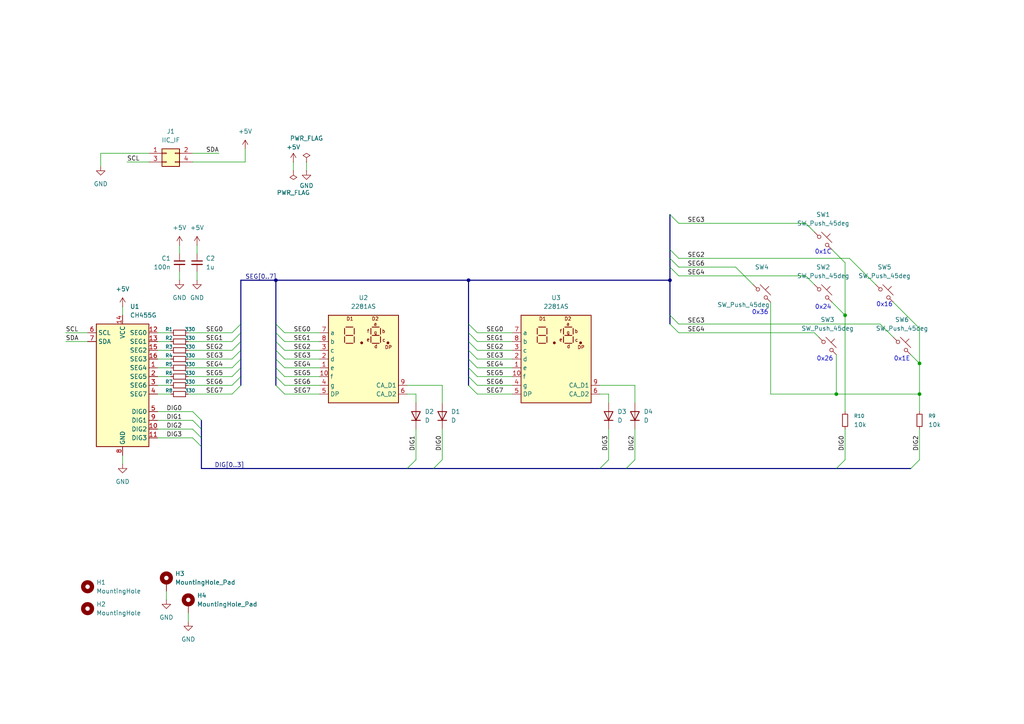
<source format=kicad_sch>
(kicad_sch (version 20250114) (generator "eeschema") (generator_version "9.0")
  (paper "A4")
  (title_block (title "HMI Button PCB") (date "2025-08-01") (rev "B0"))
  (lib_symbols
    (symbol "Connector_Generic:Conn_02x02_Odd_Even" (pin_names (offset 1.016) (hide yes))
      (property "Reference" "J" (at 1.27 2.54 0))
      (property "Value" "Conn_02x02_Odd_Even" (at 1.27 -5.08 0))
      (symbol "Conn_02x02_Odd_Even_1_1"
        (rectangle (start -1.27 1.27) (end 3.81 -3.81) (stroke (width 0.254)) (fill (type background)))
        (rectangle (start -1.27 0.127) (end 0 -0.127) (stroke (width 0.1524)))
        (rectangle (start -1.27 -2.413) (end 0 -2.667) (stroke (width 0.1524)))
        (rectangle (start 3.81 0.127) (end 2.54 -0.127) (stroke (width 0.1524)))
        (rectangle (start 3.81 -2.413) (end 2.54 -2.667) (stroke (width 0.1524)))
        (pin passive line (at -5.08 0 0) (length 3.81) (name "Pin_1") (number "1"))
        (pin passive line (at -5.08 -2.54 0) (length 3.81) (name "Pin_3") (number "3"))
        (pin passive line (at 7.62 0 180) (length 3.81) (name "Pin_2") (number "2"))
        (pin passive line (at 7.62 -2.54 180) (length 3.81) (name "Pin_4") (number "4"))
      )
    )
    (symbol "Device:C_Small" (pin_numbers (hide yes)) (pin_names (offset 0.254) (hide yes))
      (property "Reference" "C" (at 0.254 1.778 0))
      (property "Value" "C_Small" (at 0.254 -2.032 0))
      (symbol "C_Small_0_1"
        (polyline (pts (xy -1.524 0.508) (xy 1.524 0.508)) (stroke (width 0.3048)))
        (polyline (pts (xy -1.524 -0.508) (xy 1.524 -0.508)) (stroke (width 0.3302)))
      )
      (symbol "C_Small_1_1"
        (pin passive line (at 0 2.54 270) (length 2.032) (name "~") (number "1"))
        (pin passive line (at 0 -2.54 90) (length 2.032) (name "~") (number "2"))
      )
    )
    (symbol "Device:D" (pin_numbers (hide yes)) (pin_names (offset 1.016) (hide yes))
      (property "Reference" "D" (at 0 2.54 0))
      (property "Value" "D" (at 0 -2.54 0))
      (symbol "D_0_1"
        (polyline (pts (xy -1.27 1.27) (xy -1.27 -1.27)) (stroke (width 0.254)))
        (polyline (pts (xy 1.27 1.27) (xy 1.27 -1.27) (xy -1.27 0) (xy 1.27 1.27)) (stroke (width 0.254)))
        (polyline (pts (xy 1.27 0) (xy -1.27 0)))
      )
      (symbol "D_1_1"
        (pin passive line (at -3.81 0 0) (length 2.54) (name "K") (number "1"))
        (pin passive line (at 3.81 0 180) (length 2.54) (name "A") (number "2"))
      )
    )
    (symbol "Device:R_Small" (pin_numbers (hide yes)) (pin_names (offset 0.254) (hide yes))
      (property "Reference" "R" (at 0 0 90))
      (property "Value" "R_Small" (at 1.778 0 90))
      (symbol "R_Small_0_1"
        (rectangle (start -0.762 1.778) (end 0.762 -1.778) (stroke (width 0.2032)))
      )
      (symbol "R_Small_1_1"
        (pin passive line (at 0 2.54 270) (length 0.762) (name "~") (number "1"))
        (pin passive line (at 0 -2.54 90) (length 0.762) (name "~") (number "2"))
      )
    )
    (symbol "Driver_LED:CH455G"
      (property "Reference" "U" (at 4.064 21.59 0))
      (property "Value" "CH455G" (at 4.318 19.05 0))
      (symbol "CH455G_0_0"
        (pin input line (at -10.16 15.24 0) (length 2.54) (name "SCL") (number "6"))
        (pin bidirectional line (at -10.16 12.7 0) (length 2.54) (name "SDA") (number "7"))
        (pin power_in line (at 0 20.32 270) (length 2.54) (name "VCC") (number "14"))
        (pin power_in line (at 0 -20.32 90) (length 2.54) (name "GND") (number "8"))
        (pin tri_state line (at 10.16 15.24 180) (length 2.54) (name "SEG0") (number "12"))
        (pin tri_state line (at 10.16 12.7 180) (length 2.54) (name "SEG1") (number "13"))
        (pin tri_state line (at 10.16 10.16 180) (length 2.54) (name "SEG2") (number "15"))
        (pin tri_state line (at 10.16 7.62 180) (length 2.54) (name "SEG3") (number "16"))
        (pin tri_state line (at 10.16 5.08 180) (length 2.54) (name "SEG4") (number "1"))
        (pin tri_state line (at 10.16 2.54 180) (length 2.54) (name "SEG5") (number "2"))
        (pin tri_state line (at 10.16 0 180) (length 2.54) (name "SEG6") (number "3"))
        (pin tri_state line (at 10.16 -2.54 180) (length 2.54) (name "SEG7") (number "4"))
        (pin output line (at 10.16 -7.62 180) (length 2.54) (name "DIG0") (number "5"))
        (pin output line (at 10.16 -10.16 180) (length 2.54) (name "DIG1") (number "9"))
        (pin output line (at 10.16 -12.7 180) (length 2.54) (name "DIG2") (number "10"))
        (pin output line (at 10.16 -15.24 180) (length 2.54) (name "DIG3") (number "11"))
      )
      (symbol "CH455G_1_1"
        (rectangle (start -7.62 17.78) (end 7.62 -17.78) (stroke (width 0.254)) (fill (type background)))
      )
    )
    (symbol "Mechanical:MountingHole" (pin_names (offset 1.016)) (in_bom no)
      (property "Reference" "H" (at 0 5.08 0))
      (property "Value" "MountingHole" (at 0 3.175 0))
      (symbol "MountingHole_0_1"
        (circle (center 0 0) (radius 1.27) (stroke (width 1.27)))
      )
    )
    (symbol "Mechanical:MountingHole_Pad" (pin_numbers (hide yes)) (pin_names (offset 1.016) (hide yes)) (in_bom no)
      (property "Reference" "H" (at 0 6.35 0))
      (property "Value" "MountingHole_Pad" (at 0 4.445 0))
      (symbol "MountingHole_Pad_0_1"
        (circle (center 0 1.27) (radius 1.27) (stroke (width 1.27)))
      )
      (symbol "MountingHole_Pad_1_1"
        (pin input line (at 0 -2.54 90) (length 2.54) (name "1") (number "1"))
      )
    )
    (symbol "Switch:SW_Push_45deg" (pin_numbers (hide yes)) (pin_names (offset 1.016) (hide yes))
      (property "Reference" "SW" (at 3.048 1.016 0))
      (property "Value" "SW_Push_45deg" (at 0 -3.81 0))
      (symbol "SW_Push_45deg_0_1"
        (polyline (pts (xy -2.54 2.54) (xy -1.524 1.524) (xy -1.524 1.524)))
        (circle (center -1.1684 1.1684) (radius 0.508))
        (polyline (pts (xy -0.508 2.54) (xy 2.54 -0.508)))
        (polyline (pts (xy 1.016 1.016) (xy 2.032 2.032)))
        (circle (center 1.143 -1.1938) (radius 0.508))
        (polyline (pts (xy 1.524 -1.524) (xy 2.54 -2.54) (xy 2.54 -2.54) (xy 2.54 -2.54)))
        (pin passive line (at -2.54 2.54 0) (length 0) (name "1") (number "1"))
        (pin passive line (at 2.54 -2.54 180) (length 0) (name "2") (number "2"))
      )
    )
    (symbol "This:2281AS"
      (property "Reference" "U2" (at 0 17.78 0))
      (property "Value" "2281AS" (at 0 15.24 0))
      (symbol "2281AS_0_0"
        (text "D1" (at -3.937 11.684 0) (effects (font (size 0.9906 0.9906))))
        (text "f" (at 1.3716 8.1026 0) (effects (font (size 0.9906 0.9906))))
        (text "e" (at 1.3716 5.6388 0) (effects (font (size 0.9906 0.9906))))
        (text "D2" (at 3.429 11.684 0) (effects (font (size 0.9906 0.9906))))
        (text "a" (at 3.4544 10.1854 0) (effects (font (size 0.9906 0.9906))))
        (text "g" (at 3.5052 7.7216 0) (effects (font (size 0.9906 0.9906))))
        (text "d" (at 3.6068 3.683 0) (effects (font (size 0.9906 0.9906))))
        (text "b" (at 5.842 8.0772 0) (effects (font (size 0.9906 0.9906))))
        (text "c" (at 5.9436 5.5372 0) (effects (font (size 0.9906 0.9906))))
        (text "DP" (at 7.239 3.429 0) (effects (font (size 0.9906 0.9906))))
      )
      (symbol "2281AS_0_1"
        (rectangle (start -10.16 12.7) (end 10.16 -12.7) (stroke (width 0.254)) (fill (type background)))
        (polyline (pts (xy -5.461 7.239) (xy -5.461 8.89)) (stroke (width 0.254)))
        (polyline (pts (xy -5.461 4.826) (xy -5.461 6.477)) (stroke (width 0.254)))
        (polyline (pts (xy -5.08 9.271) (xy -3.048 9.271)) (stroke (width 0.254)))
        (polyline (pts (xy -5.08 6.858) (xy -3.048 6.858)) (stroke (width 0.254)))
        (polyline (pts (xy -5.08 4.572) (xy -3.048 4.572)) (stroke (width 0.254)))
        (polyline (pts (xy -2.667 7.239) (xy -2.667 8.89)) (stroke (width 0.254)))
        (polyline (pts (xy -2.667 4.826) (xy -2.667 6.477)) (stroke (width 0.254)))
        (circle (center -0.508 4.699) (radius 0.2794) (stroke (width 0.254)) (fill (type outline)))
        (polyline (pts (xy 2.159 7.239) (xy 2.159 8.89)) (stroke (width 0.254)))
        (polyline (pts (xy 2.159 4.826) (xy 2.159 6.477)) (stroke (width 0.254)))
        (polyline (pts (xy 2.54 9.271) (xy 4.572 9.271)) (stroke (width 0.254)))
        (polyline (pts (xy 2.54 6.858) (xy 4.572 6.858)) (stroke (width 0.254)))
        (polyline (pts (xy 2.54 4.572) (xy 4.572 4.572)) (stroke (width 0.254)))
        (polyline (pts (xy 4.953 7.239) (xy 4.953 8.89)) (stroke (width 0.254)))
        (polyline (pts (xy 4.953 4.826) (xy 4.953 6.477)) (stroke (width 0.254)))
        (circle (center 7.112 4.699) (radius 0.2794) (stroke (width 0.254)) (fill (type outline)))
      )
      (symbol "2281AS_1_1"
        (pin input line (at -12.7 7.62 0) (length 2.54) (name "a") (number "7"))
        (pin input line (at -12.7 5.08 0) (length 2.54) (name "b") (number "8"))
        (pin input line (at -12.7 2.54 0) (length 2.54) (name "c") (number "3"))
        (pin input line (at -12.7 0 0) (length 2.54) (name "d") (number "2"))
        (pin input line (at -12.7 -2.54 0) (length 2.54) (name "e") (number "1"))
        (pin input line (at -12.7 -5.08 0) (length 2.54) (name "f") (number "10"))
        (pin input line (at -12.7 -7.62 0) (length 2.54) (name "g") (number "4"))
        (pin input line (at -12.7 -10.16 0) (length 2.54) (name "DP") (number "5"))
        (pin input line (at 12.7 -7.62 180) (length 2.54) (name "CA_D1") (number "9"))
        (pin input line (at 12.7 -10.16 180) (length 2.54) (name "CA_D2") (number "6"))
      )
    )
    (symbol "power:+5V" (power) (pin_numbers (hide yes)) (pin_names (offset 0) (hide yes))
      (property "Value" "+5V" (at 0 3.556 0))
      (symbol "+5V_0_1"
        (polyline (pts (xy -0.762 1.27) (xy 0 2.54)))
        (polyline (pts (xy 0 2.54) (xy 0.762 1.27)))
        (polyline (pts (xy 0 0) (xy 0 2.54)))
      )
      (symbol "+5V_1_1"
        (pin power_in line (at 0 0 90) (length 0) (name "~") (number "1"))
      )
    )
    (symbol "power:GND" (power) (pin_numbers (hide yes)) (pin_names (offset 0) (hide yes))
      (property "Value" "GND" (at 0 -3.81 0))
      (symbol "GND_0_1"
        (polyline (pts (xy 0 0) (xy 0 -1.27) (xy 1.27 -1.27) (xy 0 -2.54) (xy -1.27 -1.27) (xy 0 -1.27)))
      )
      (symbol "GND_1_1"
        (pin power_in line (at 0 0 270) (length 0) (name "~") (number "1"))
      )
    )
    (symbol "power:PWR_FLAG" (power) (pin_numbers (hide yes)) (pin_names (offset 0) (hide yes))
      (property "Value" "PWR_FLAG" (at 0 3.81 0))
      (symbol "PWR_FLAG_0_0"
        (pin power_out line (at 0 0 90) (length 0) (name "~") (number "1"))
      )
      (symbol "PWR_FLAG_0_1"
        (polyline (pts (xy 0 0) (xy 0 1.27) (xy -1.016 1.905) (xy 0 2.54) (xy 1.016 1.905) (xy 0 1.27)))
      )
    )
  )
  (text "0x1E" (at 261.62 104.14 0) (effects (font (size 1.27 1.27))))
  (text "0x26" (at 239.268 104.14 0) (effects (font (size 1.27 1.27))))
  (text "0x36" (at 220.472 90.678 0) (effects (font (size 1.27 1.27))))
  (text "0x1C" (at 238.76 73.152 0) (effects (font (size 1.27 1.27))))
  (text "0x16" (at 256.54 88.392 0) (effects (font (size 1.27 1.27))))
  (text "0x24" (at 238.76 89.154 0) (effects (font (size 1.27 1.27))))
  (junction (at 245.11 91.44))
  (junction (at 266.7 114.3))
  (junction (at 135.89 81.28))
  (junction (at 266.7 105.41))
  (junction (at 80.01 81.28))
  (junction (at 242.57 114.3))
  (junction (at 194.31 81.28))
  (bus_entry (at 82.55 111.76) (size -2.54 -2.54))
  (bus_entry (at 194.31 72.39) (size 2.54 2.54))
  (bus_entry (at 194.31 74.93) (size 2.54 2.54))
  (bus_entry (at 67.31 99.06) (size 2.54 -2.54))
  (bus_entry (at 138.43 109.22) (size -2.54 -2.54))
  (bus_entry (at 125.73 135.89) (size 2.54 -2.54))
  (bus_entry (at 55.88 124.46) (size 2.54 2.54))
  (bus_entry (at 67.31 109.22) (size 2.54 -2.54))
  (bus_entry (at 67.31 106.68) (size 2.54 -2.54))
  (bus_entry (at 82.55 99.06) (size -2.54 -2.54))
  (bus_entry (at 55.88 121.92) (size 2.54 2.54))
  (bus_entry (at 67.31 96.52) (size 2.54 -2.54))
  (bus_entry (at 118.11 135.89) (size 2.54 -2.54))
  (bus_entry (at 138.43 111.76) (size -2.54 -2.54))
  (bus_entry (at 194.31 77.47) (size 2.54 2.54))
  (bus_entry (at 138.43 101.6) (size -2.54 -2.54))
  (bus_entry (at 181.61 135.89) (size 2.54 -2.54))
  (bus_entry (at 138.43 96.52) (size -2.54 -2.54))
  (bus_entry (at 138.43 104.14) (size -2.54 -2.54))
  (bus_entry (at 55.88 127) (size 2.54 2.54))
  (bus_entry (at 82.55 106.68) (size -2.54 -2.54))
  (bus_entry (at 264.16 135.89) (size 2.54 -2.54))
  (bus_entry (at 138.43 114.3) (size -2.54 -2.54))
  (bus_entry (at 67.31 101.6) (size 2.54 -2.54))
  (bus_entry (at 194.31 62.23) (size 2.54 2.54))
  (bus_entry (at 82.55 104.14) (size -2.54 -2.54))
  (bus_entry (at 67.31 114.3) (size 2.54 -2.54))
  (bus_entry (at 55.88 119.38) (size 2.54 2.54))
  (bus_entry (at 82.55 96.52) (size -2.54 -2.54))
  (bus_entry (at 82.55 101.6) (size -2.54 -2.54))
  (bus_entry (at 194.31 91.44) (size 2.54 2.54))
  (bus_entry (at 82.55 109.22) (size -2.54 -2.54))
  (bus_entry (at 242.57 135.89) (size 2.54 -2.54))
  (bus_entry (at 138.43 99.06) (size -2.54 -2.54))
  (bus_entry (at 82.55 114.3) (size -2.54 -2.54))
  (bus_entry (at 67.31 111.76) (size 2.54 -2.54))
  (bus_entry (at 194.31 93.98) (size 2.54 2.54))
  (bus_entry (at 173.99 135.89) (size 2.54 -2.54))
  (bus_entry (at 138.43 106.68) (size -2.54 -2.54))
  (bus_entry (at 67.31 104.14) (size 2.54 -2.54))
  (bus (pts (xy 80.01 81.28) (xy 80.01 93.98)))
  (wire (pts (xy 242.57 114.3) (xy 266.7 114.3)))
  (wire (pts (xy 173.99 114.3) (xy 176.53 114.3)))
  (bus (pts (xy 69.85 93.98) (xy 69.85 96.52)))
  (wire (pts (xy 118.11 111.76) (xy 128.27 111.76)))
  (wire (pts (xy 82.55 99.06) (xy 92.71 99.06)))
  (bus (pts (xy 80.01 101.6) (xy 80.01 104.14)))
  (wire (pts (xy 35.56 132.08) (xy 35.56 134.62)))
  (wire (pts (xy 138.43 111.76) (xy 148.59 111.76)))
  (wire (pts (xy 57.15 78.74) (xy 57.15 81.28)))
  (bus (pts (xy 242.57 135.89) (xy 264.16 135.89)))
  (bus (pts (xy 173.99 135.89) (xy 181.61 135.89)))
  (wire (pts (xy 82.55 114.3) (xy 92.71 114.3)))
  (wire (pts (xy 196.85 96.52) (xy 236.22 96.52)))
  (wire (pts (xy 54.61 96.52) (xy 67.31 96.52)))
  (wire (pts (xy 54.61 111.76) (xy 67.31 111.76)))
  (bus (pts (xy 80.01 104.14) (xy 80.01 106.68)))
  (bus (pts (xy 69.85 99.06) (xy 69.85 101.6)))
  (bus (pts (xy 80.01 106.68) (xy 80.01 109.22)))
  (wire (pts (xy 88.9 46.99) (xy 88.9 49.53)))
  (bus (pts (xy 194.31 91.44) (xy 194.31 93.98)))
  (bus (pts (xy 58.42 127) (xy 58.42 129.54)))
  (wire (pts (xy 184.15 124.46) (xy 184.15 133.35)))
  (bus (pts (xy 194.31 62.23) (xy 194.31 72.39)))
  (bus (pts (xy 194.31 77.47) (xy 194.31 81.28)))
  (wire (pts (xy 54.61 109.22) (xy 67.31 109.22)))
  (wire (pts (xy 118.11 114.3) (xy 120.65 114.3)))
  (wire (pts (xy 71.12 43.18) (xy 71.12 46.99)))
  (wire (pts (xy 223.52 87.63) (xy 223.52 114.3)))
  (bus (pts (xy 135.89 101.6) (xy 135.89 104.14)))
  (wire (pts (xy 266.7 124.46) (xy 266.7 133.35)))
  (wire (pts (xy 176.53 114.3) (xy 176.53 116.84)))
  (wire (pts (xy 57.15 71.12) (xy 57.15 73.66)))
  (wire (pts (xy 196.85 77.47) (xy 213.36 77.47)))
  (wire (pts (xy 233.68 64.77) (xy 236.22 67.31)))
  (wire (pts (xy 54.61 106.68) (xy 67.31 106.68)))
  (bus (pts (xy 69.85 109.22) (xy 69.85 111.76)))
  (wire (pts (xy 255.27 93.98) (xy 259.08 97.79)))
  (bus (pts (xy 118.11 135.89) (xy 125.73 135.89)))
  (wire (pts (xy 45.72 96.52) (xy 49.53 96.52)))
  (wire (pts (xy 29.21 44.45) (xy 29.21 48.26)))
  (wire (pts (xy 196.85 64.77) (xy 233.68 64.77)))
  (wire (pts (xy 266.7 95.25) (xy 266.7 105.41)))
  (bus (pts (xy 194.31 74.93) (xy 194.31 77.47)))
  (wire (pts (xy 184.15 111.76) (xy 184.15 116.84)))
  (wire (pts (xy 138.43 96.52) (xy 148.59 96.52)))
  (wire (pts (xy 19.05 99.06) (xy 25.4 99.06)))
  (wire (pts (xy 128.27 124.46) (xy 128.27 133.35)))
  (bus (pts (xy 135.89 106.68) (xy 135.89 109.22)))
  (wire (pts (xy 71.12 46.99) (xy 55.88 46.99)))
  (bus (pts (xy 135.89 104.14) (xy 135.89 106.68)))
  (wire (pts (xy 52.07 78.74) (xy 52.07 81.28)))
  (wire (pts (xy 196.85 74.93) (xy 246.38 74.93)))
  (wire (pts (xy 45.72 101.6) (xy 49.53 101.6)))
  (wire (pts (xy 245.11 124.46) (xy 245.11 133.35)))
  (wire (pts (xy 54.61 114.3) (xy 67.31 114.3)))
  (wire (pts (xy 266.7 105.41) (xy 266.7 114.3)))
  (wire (pts (xy 236.22 96.52) (xy 237.49 97.79)))
  (bus (pts (xy 69.85 104.14) (xy 69.85 106.68)))
  (wire (pts (xy 85.09 46.99) (xy 85.09 49.53)))
  (wire (pts (xy 45.72 124.46) (xy 55.88 124.46)))
  (bus (pts (xy 135.89 93.98) (xy 135.89 81.28)))
  (wire (pts (xy 82.55 109.22) (xy 92.71 109.22)))
  (wire (pts (xy 245.11 76.2) (xy 241.3 72.39)))
  (wire (pts (xy 82.55 101.6) (xy 92.71 101.6)))
  (wire (pts (xy 45.72 119.38) (xy 55.88 119.38)))
  (wire (pts (xy 218.44 82.55) (xy 213.36 77.47)))
  (wire (pts (xy 196.85 80.01) (xy 233.68 80.01)))
  (wire (pts (xy 176.53 124.46) (xy 176.53 133.35)))
  (wire (pts (xy 35.56 88.9) (xy 35.56 91.44)))
  (wire (pts (xy 45.72 104.14) (xy 49.53 104.14)))
  (wire (pts (xy 138.43 114.3) (xy 148.59 114.3)))
  (bus (pts (xy 135.89 109.22) (xy 135.89 111.76)))
  (wire (pts (xy 138.43 104.14) (xy 148.59 104.14)))
  (wire (pts (xy 196.85 93.98) (xy 255.27 93.98)))
  (wire (pts (xy 54.61 104.14) (xy 67.31 104.14)))
  (wire (pts (xy 19.05 96.52) (xy 25.4 96.52)))
  (bus (pts (xy 194.31 72.39) (xy 194.31 74.93)))
  (bus (pts (xy 58.42 135.89) (xy 118.11 135.89)))
  (wire (pts (xy 138.43 101.6) (xy 148.59 101.6)))
  (wire (pts (xy 45.72 111.76) (xy 49.53 111.76)))
  (wire (pts (xy 264.16 102.87) (xy 266.7 105.41)))
  (wire (pts (xy 45.72 127) (xy 55.88 127)))
  (bus (pts (xy 135.89 81.28) (xy 80.01 81.28)))
  (wire (pts (xy 54.61 99.06) (xy 67.31 99.06)))
  (wire (pts (xy 223.52 114.3) (xy 242.57 114.3)))
  (wire (pts (xy 120.65 114.3) (xy 120.65 116.84)))
  (wire (pts (xy 82.55 111.76) (xy 92.71 111.76)))
  (bus (pts (xy 69.85 81.28) (xy 80.01 81.28)))
  (bus (pts (xy 135.89 81.28) (xy 194.31 81.28)))
  (wire (pts (xy 82.55 96.52) (xy 92.71 96.52)))
  (wire (pts (xy 173.99 111.76) (xy 184.15 111.76)))
  (wire (pts (xy 52.07 71.12) (xy 52.07 73.66)))
  (bus (pts (xy 58.42 129.54) (xy 58.42 135.89)))
  (wire (pts (xy 82.55 104.14) (xy 92.71 104.14)))
  (wire (pts (xy 138.43 99.06) (xy 148.59 99.06)))
  (wire (pts (xy 245.11 91.44) (xy 245.11 76.2)))
  (wire (pts (xy 55.88 44.45) (xy 63.5 44.45)))
  (bus (pts (xy 69.85 96.52) (xy 69.85 99.06)))
  (bus (pts (xy 69.85 81.28) (xy 69.85 93.98)))
  (wire (pts (xy 266.7 114.3) (xy 266.7 119.38)))
  (bus (pts (xy 58.42 124.46) (xy 58.42 127)))
  (bus (pts (xy 58.42 121.92) (xy 58.42 124.46)))
  (bus (pts (xy 135.89 99.06) (xy 135.89 101.6)))
  (wire (pts (xy 245.11 91.44) (xy 245.11 119.38)))
  (bus (pts (xy 125.73 135.89) (xy 173.99 135.89)))
  (wire (pts (xy 241.3 87.63) (xy 245.11 91.44)))
  (wire (pts (xy 128.27 111.76) (xy 128.27 116.84)))
  (bus (pts (xy 135.89 93.98) (xy 135.89 96.52)))
  (wire (pts (xy 82.55 106.68) (xy 92.71 106.68)))
  (wire (pts (xy 36.83 46.99) (xy 43.18 46.99)))
  (wire (pts (xy 54.61 177.8) (xy 54.61 180.34)))
  (bus (pts (xy 69.85 101.6) (xy 69.85 104.14)))
  (wire (pts (xy 45.72 99.06) (xy 49.53 99.06)))
  (bus (pts (xy 80.01 109.22) (xy 80.01 111.76)))
  (bus (pts (xy 69.85 106.68) (xy 69.85 109.22)))
  (wire (pts (xy 242.57 102.87) (xy 242.57 114.3)))
  (bus (pts (xy 181.61 135.89) (xy 242.57 135.89)))
  (bus (pts (xy 80.01 93.98) (xy 80.01 96.52)))
  (wire (pts (xy 45.72 121.92) (xy 55.88 121.92)))
  (wire (pts (xy 45.72 109.22) (xy 49.53 109.22)))
  (bus (pts (xy 80.01 96.52) (xy 80.01 99.06)))
  (wire (pts (xy 233.68 80.01) (xy 236.22 82.55)))
  (wire (pts (xy 54.61 101.6) (xy 67.31 101.6)))
  (wire (pts (xy 48.26 171.45) (xy 48.26 173.99)))
  (wire (pts (xy 120.65 124.46) (xy 120.65 133.35)))
  (wire (pts (xy 43.18 44.45) (xy 29.21 44.45)))
  (bus (pts (xy 80.01 99.06) (xy 80.01 101.6)))
  (wire (pts (xy 138.43 106.68) (xy 148.59 106.68)))
  (bus (pts (xy 135.89 96.52) (xy 135.89 99.06)))
  (wire (pts (xy 45.72 114.3) (xy 49.53 114.3)))
  (bus (pts (xy 194.31 81.28) (xy 194.31 91.44)))
  (wire (pts (xy 259.08 87.63) (xy 266.7 95.25)))
  (wire (pts (xy 254 82.55) (xy 246.38 74.93)))
  (wire (pts (xy 138.43 109.22) (xy 148.59 109.22)))
  (wire (pts (xy 45.72 106.68) (xy 49.53 106.68)))
  (label "SEG1" (at 90.17 99.06 180))
  (label "SEG2" (at 146.05 101.6 180))
  (label "SEG0" (at 90.17 96.52 180))
  (label "SEG4" (at 59.69 106.68 0))
  (label "DIG2" (at 184.15 130.81 90))
  (label "SCL" (at 36.83 46.99 0))
  (label "DIG2" (at 48.26 124.46 0))
  (label "SEG6" (at 146.05 111.76 180))
  (label "SEG7" (at 59.69 114.3 0))
  (label "DIG3" (at 48.26 127 0))
  (label "SEG0" (at 59.69 96.52 0))
  (label "DIG0" (at 128.27 130.81 90))
  (label "SEG6" (at 90.17 111.76 180))
  (label "SEG[0..7]" (at 71.12 81.28 0))
  (label "SEG7" (at 90.17 114.3 180))
  (label "SDA" (at 63.5 44.45 180))
  (label "SEG2" (at 199.39 74.93 0))
  (label "SEG3" (at 146.05 104.14 180))
  (label "SEG4" (at 90.17 106.68 180))
  (label "SEG4" (at 146.05 106.68 180))
  (label "SEG3" (at 90.17 104.14 180))
  (label "SEG6" (at 199.39 77.47 0))
  (label "SEG5" (at 59.69 109.22 0))
  (label "SEG1" (at 146.05 99.06 180))
  (label "SEG5" (at 90.17 109.22 180))
  (label "SEG4" (at 199.39 80.01 0))
  (label "DIG0" (at 245.11 130.81 90))
  (label "DIG[0..3]" (at 62.23 135.89 0))
  (label "SEG2" (at 90.17 101.6 180))
  (label "DIG2" (at 266.7 130.81 90))
  (label "DIG3" (at 176.53 130.81 90))
  (label "SEG1" (at 59.69 99.06 0))
  (label "DIG0" (at 48.26 119.38 0))
  (label "SDA" (at 19.05 99.06 0))
  (label "DIG1" (at 48.26 121.92 0))
  (label "SEG6" (at 59.69 111.76 0))
  (label "SEG5" (at 146.05 109.22 180))
  (label "DIG1" (at 120.65 130.81 90))
  (label "SEG3" (at 199.39 93.98 0))
  (label "SEG3" (at 59.69 104.14 0))
  (label "SEG7" (at 146.05 114.3 180))
  (label "SEG4" (at 199.39 96.52 0))
  (label "SCL" (at 19.05 96.52 0))
  (label "SEG3" (at 199.39 64.77 0))
  (label "SEG0" (at 146.05 96.52 180))
  (label "SEG2" (at 59.69 101.6 0))
  (symbol (lib_id "Device:D") (at 128.27 120.65 90) (unit 1)
    (property "Reference" "D1" (at 130.81 119.3799 90) (effects (justify right)))
    (property "Value" "D" (at 130.81 121.9199 90) (effects (justify right)))
    (property "Footprint" "Diode_SMD:D_SOD-323" (effects (hide yes)))
    (property "Description" "Diode" (effects (hide yes)))
    (property "Sim.Device" "D" (effects (hide yes)))
    (property "Sim.Pins" "1=K 2=A" (effects (hide yes)))
  )
  (symbol (lib_id "Driver_LED:CH455G") (at 35.56 111.76 0) (unit 1)
    (property "Reference" "U1" (at 37.7033 88.9 0) (effects (justify left)))
    (property "Value" "CH455G" (at 37.7033 91.44 0) (effects (justify left)))
    (property "Footprint" "Package_SO:SOP-16_3.9x9.9mm_P1.27mm" (effects (hide yes)))
    (property "Datasheet" "https://www.wch-ic.com/products/CH455.html" (effects (hide yes)))
    (property "Description" "Digital tube driver and keyboard scan (common cathode only), SOP-16" (effects (hide yes)))
  )
  (symbol (lib_id "This:2281AS") (at 105.41 104.14 0) (unit 1)
    (property "Reference" "U2" (at 105.41 86.36 0))
    (property "Value" "2281AS" (at 105.41 88.9 0))
    (property "Footprint" "This:7seg_2dig" (effects (hide yes)))
    (property "Datasheet" "https://www.xlitx.com/datasheet/2281AS.pdf" (effects (hide yes)))
    (property "Description" "Double 7 segment brilliant yellow green LED common anode" (effects (hide yes)))
  )
  (symbol (lib_id "power:+5V") (at 57.15 71.12 0) (unit 1)
    (property "Reference" "#PWR08" (effects (hide yes)))
    (property "Value" "+5V" (at 57.15 66.04 0))
    (property "Description" "Power symbol creates a global label with name \"+5V\"" (effects (hide yes)))
  )
  (symbol (lib_id "Switch:SW_Push_45deg") (at 220.98 85.09 0) (unit 1)
    (property "Reference" "SW4" (at 220.98 77.47 0))
    (property "Value" "SW_Push_45deg" (at 215.646 88.392 0))
    (property "Footprint" "Button_Switch_SMD:SW_SPST_PTS810" (effects (hide yes)))
    (property "Description" "Push button switch, normally open, two pins, 45° tilted" (effects (hide yes)))
  )
  (symbol (lib_id "Mechanical:MountingHole_Pad") (at 54.61 175.26 0) (unit 1) (in_bom no)
    (property "Reference" "H4" (at 57.15 172.7199 0) (effects (justify left)))
    (property "Value" "MountingHole_Pad" (at 57.15 175.2599 0) (effects (justify left)))
    (property "Footprint" "MountingHole:MountingHole_2.7mm_M2.5_ISO14580_Pad_TopBottom" (effects (hide yes)))
    (property "Description" "Mounting Hole with connection" (effects (hide yes)))
  )
  (symbol (lib_id "Device:R_Small") (at 52.07 114.3 270) (unit 1)
    (property "Reference" "R8" (at 49.022 113.284 90) (effects (font (size 1.016 1.016))))
    (property "Value" "330" (at 55.118 113.284 90) (effects (font (size 1.016 1.016))))
    (property "Footprint" "Resistor_SMD:R_0603_1608Metric" (effects (hide yes)))
    (property "Description" "Resistor, small symbol" (effects (hide yes)))
  )
  (symbol (lib_id "Mechanical:MountingHole") (at 25.4 170.18 0) (unit 1) (in_bom no)
    (property "Reference" "H1" (at 27.94 168.9099 0) (effects (justify left)))
    (property "Value" "MountingHole" (at 27.94 171.4499 0) (effects (justify left)))
    (property "Footprint" "MountingHole:MountingHole_2.7mm_M2.5_ISO7380" (effects (hide yes)))
    (property "Description" "Mounting Hole without connection" (effects (hide yes)))
  )
  (symbol (lib_id "Device:R_Small") (at 52.07 99.06 270) (unit 1)
    (property "Reference" "R2" (at 49.022 98.044 90) (effects (font (size 1.016 1.016))))
    (property "Value" "330" (at 55.118 98.044 90) (effects (font (size 1.016 1.016))))
    (property "Footprint" "Resistor_SMD:R_0603_1608Metric" (effects (hide yes)))
    (property "Description" "Resistor, small symbol" (effects (hide yes)))
  )
  (symbol (lib_id "Device:R_Small") (at 52.07 109.22 270) (unit 1)
    (property "Reference" "R6" (at 49.022 108.204 90) (effects (font (size 1.016 1.016))))
    (property "Value" "330" (at 55.118 108.204 90) (effects (font (size 1.016 1.016))))
    (property "Footprint" "Resistor_SMD:R_0603_1608Metric" (effects (hide yes)))
    (property "Description" "Resistor, small symbol" (effects (hide yes)))
  )
  (symbol (lib_id "power:PWR_FLAG") (at 85.09 49.53 180) (unit 1)
    (property "Reference" "#FLG01" (effects (hide yes)))
    (property "Value" "PWR_FLAG" (at 85.09 55.88 0))
    (property "Description" "Special symbol for telling ERC where power comes from" (effects (hide yes)))
  )
  (symbol (lib_id "power:GND") (at 52.07 81.28 0) (mirror y) (unit 1)
    (property "Reference" "#PWR09" (effects (hide yes)))
    (property "Value" "GND" (at 52.07 86.36 0))
    (property "Description" "Power symbol creates a global label with name \"GND\" , ground" (effects (hide yes)))
  )
  (symbol (lib_id "power:+5V") (at 85.09 46.99 0) (unit 1)
    (property "Reference" "#PWR012" (effects (hide yes)))
    (property "Value" "+5V" (at 85.09 42.672 0))
    (property "Description" "Power symbol creates a global label with name \"+5V\"" (effects (hide yes)))
  )
  (symbol (lib_id "Device:R_Small") (at 52.07 101.6 270) (unit 1)
    (property "Reference" "R3" (at 49.022 100.584 90) (effects (font (size 1.016 1.016))))
    (property "Value" "330" (at 55.118 100.584 90) (effects (font (size 1.016 1.016))))
    (property "Footprint" "Resistor_SMD:R_0603_1608Metric" (effects (hide yes)))
    (property "Description" "Resistor, small symbol" (effects (hide yes)))
  )
  (symbol (lib_id "power:GND") (at 57.15 81.28 0) (unit 1)
    (property "Reference" "#PWR010" (effects (hide yes)))
    (property "Value" "GND" (at 57.15 86.36 0))
    (property "Description" "Power symbol creates a global label with name \"GND\" , ground" (effects (hide yes)))
  )
  (symbol (lib_id "Device:R_Small") (at 52.07 96.52 270) (unit 1)
    (property "Reference" "R1" (at 49.022 95.504 90) (effects (font (size 1.016 1.016))))
    (property "Value" "330" (at 55.118 95.504 90) (effects (font (size 1.016 1.016))))
    (property "Footprint" "Resistor_SMD:R_0603_1608Metric" (effects (hide yes)))
    (property "Description" "Resistor, small symbol" (effects (hide yes)))
  )
  (symbol (lib_id "This:2281AS") (at 161.29 104.14 0) (unit 1)
    (property "Reference" "U3" (at 161.29 86.36 0))
    (property "Value" "2281AS" (at 161.29 88.9 0))
    (property "Footprint" "This:7seg_2dig" (effects (hide yes)))
    (property "Datasheet" "https://www.xlitx.com/datasheet/2281AS.pdf" (effects (hide yes)))
    (property "Description" "Double 7 segment brilliant yellow green LED common anode" (effects (hide yes)))
  )
  (symbol (lib_id "Switch:SW_Push_45deg") (at 261.62 100.33 0) (unit 1)
    (property "Reference" "SW6" (at 261.62 92.71 0))
    (property "Value" "SW_Push_45deg" (at 261.62 95.25 0))
    (property "Footprint" "Button_Switch_SMD:SW_SPST_PTS810" (effects (hide yes)))
    (property "Description" "Push button switch, normally open, two pins, 45° tilted" (effects (hide yes)))
  )
  (symbol (lib_id "Device:R_Small") (at 266.7 121.92 0) (unit 1)
    (property "Reference" "R9" (at 269.24 120.6499 0) (effects (font (size 1.016 1.016)) (justify left)))
    (property "Value" "10k" (at 269.24 123.1899 0) (effects (justify left)))
    (property "Footprint" "Resistor_SMD:R_0603_1608Metric" (effects (hide yes)))
    (property "Description" "Resistor, small symbol" (effects (hide yes)))
  )
  (symbol (lib_id "Switch:SW_Push_45deg") (at 238.76 85.09 0) (unit 1)
    (property "Reference" "SW2" (at 238.76 77.47 0))
    (property "Value" "SW_Push_45deg" (at 238.76 80.01 0))
    (property "Footprint" "Button_Switch_SMD:SW_SPST_PTS810" (effects (hide yes)))
    (property "Description" "Push button switch, normally open, two pins, 45° tilted" (effects (hide yes)))
  )
  (symbol (lib_id "Connector_Generic:Conn_02x02_Odd_Even") (at 48.26 44.45 0) (unit 1)
    (property "Reference" "J1" (at 49.53 38.1 0))
    (property "Value" "IIC_IF" (at 49.53 40.64 0))
    (property "Footprint" "Connector_PinSocket_2.54mm:PinSocket_2x02_P2.54mm_Vertical" (effects (hide yes)))
    (property "Description" "Generic connector, double row, 02x02, odd/even pin numbering scheme (row 1 odd numbers, row 2 even numbers), script generated (kicad-library-utils/schlib/autogen/connector/)" (effects (hide yes)))
  )
  (symbol (lib_id "power:GND") (at 29.21 48.26 0) (unit 1)
    (property "Reference" "#PWR05" (effects (hide yes)))
    (property "Value" "GND" (at 29.21 53.34 0))
    (property "Description" "Power symbol creates a global label with name \"GND\" , ground" (effects (hide yes)))
  )
  (symbol (lib_id "Switch:SW_Push_45deg") (at 240.03 100.33 0) (unit 1)
    (property "Reference" "SW3" (at 240.03 92.71 0))
    (property "Value" "SW_Push_45deg" (at 240.03 95.25 0))
    (property "Footprint" "Button_Switch_SMD:SW_SPST_PTS810" (effects (hide yes)))
    (property "Description" "Push button switch, normally open, two pins, 45° tilted" (effects (hide yes)))
  )
  (symbol (lib_id "Device:C_Small") (at 57.15 76.2 0) (unit 1)
    (property "Reference" "C2" (at 59.69 74.9362 0) (effects (justify left)))
    (property "Value" "1u" (at 59.69 77.4762 0) (effects (justify left)))
    (property "Footprint" "Capacitor_SMD:C_0805_2012Metric" (effects (hide yes)))
    (property "Description" "Unpolarized capacitor, small symbol" (effects (hide yes)))
  )
  (symbol (lib_id "power:GND") (at 54.61 180.34 0) (unit 1)
    (property "Reference" "#PWR02" (effects (hide yes)))
    (property "Value" "GND" (at 54.61 185.42 0))
    (property "Description" "Power symbol creates a global label with name \"GND\" , ground" (effects (hide yes)))
  )
  (symbol (lib_id "Switch:SW_Push_45deg") (at 256.54 85.09 0) (unit 1)
    (property "Reference" "SW5" (at 256.54 77.47 0))
    (property "Value" "SW_Push_45deg" (at 256.54 80.01 0))
    (property "Footprint" "Button_Switch_SMD:SW_SPST_PTS810" (effects (hide yes)))
    (property "Description" "Push button switch, normally open, two pins, 45° tilted" (effects (hide yes)))
  )
  (symbol (lib_id "Device:R_Small") (at 52.07 104.14 270) (unit 1)
    (property "Reference" "R4" (at 49.022 103.124 90) (effects (font (size 1.016 1.016))))
    (property "Value" "330" (at 55.118 103.124 90) (effects (font (size 1.016 1.016))))
    (property "Footprint" "Resistor_SMD:R_0603_1608Metric" (effects (hide yes)))
    (property "Description" "Resistor, small symbol" (effects (hide yes)))
  )
  (symbol (lib_id "power:+5V") (at 52.07 71.12 0) (mirror y) (unit 1)
    (property "Reference" "#PWR07" (effects (hide yes)))
    (property "Value" "+5V" (at 52.07 66.04 0))
    (property "Description" "Power symbol creates a global label with name \"+5V\"" (effects (hide yes)))
  )
  (symbol (lib_id "Device:D") (at 184.15 120.65 90) (unit 1)
    (property "Reference" "D4" (at 186.69 119.3799 90) (effects (justify right)))
    (property "Value" "D" (at 186.69 121.9199 90) (effects (justify right)))
    (property "Footprint" "Diode_SMD:D_SOD-323" (effects (hide yes)))
    (property "Description" "Diode" (effects (hide yes)))
    (property "Sim.Device" "D" (effects (hide yes)))
    (property "Sim.Pins" "1=K 2=A" (effects (hide yes)))
  )
  (symbol (lib_id "Mechanical:MountingHole") (at 25.4 176.53 0) (unit 1) (in_bom no)
    (property "Reference" "H2" (at 27.94 175.2599 0) (effects (justify left)))
    (property "Value" "MountingHole" (at 27.94 177.7999 0) (effects (justify left)))
    (property "Footprint" "MountingHole:MountingHole_2.7mm_M2.5_ISO7380" (effects (hide yes)))
    (property "Description" "Mounting Hole without connection" (effects (hide yes)))
  )
  (symbol (lib_id "Device:D") (at 176.53 120.65 90) (unit 1)
    (property "Reference" "D3" (at 179.07 119.3799 90) (effects (justify right)))
    (property "Value" "D" (at 179.07 121.9199 90) (effects (justify right)))
    (property "Footprint" "Diode_SMD:D_SOD-323" (effects (hide yes)))
    (property "Description" "Diode" (effects (hide yes)))
    (property "Sim.Device" "D" (effects (hide yes)))
    (property "Sim.Pins" "1=K 2=A" (effects (hide yes)))
  )
  (symbol (lib_id "Device:R_Small") (at 52.07 111.76 270) (unit 1)
    (property "Reference" "R7" (at 49.022 110.744 90) (effects (font (size 1.016 1.016))))
    (property "Value" "330" (at 55.118 110.744 90) (effects (font (size 1.016 1.016))))
    (property "Footprint" "Resistor_SMD:R_0603_1608Metric" (effects (hide yes)))
    (property "Description" "Resistor, small symbol" (effects (hide yes)))
  )
  (symbol (lib_id "power:GND") (at 35.56 134.62 0) (unit 1)
    (property "Reference" "#PWR03" (effects (hide yes)))
    (property "Value" "GND" (at 35.56 139.7 0))
    (property "Description" "Power symbol creates a global label with name \"GND\" , ground" (effects (hide yes)))
  )
  (symbol (lib_id "Device:C_Small") (at 52.07 76.2 0) (mirror y) (unit 1)
    (property "Reference" "C1" (at 49.53 74.9362 0) (effects (justify left)))
    (property "Value" "100n" (at 49.53 77.4762 0) (effects (justify left)))
    (property "Footprint" "Capacitor_SMD:C_0603_1608Metric" (effects (hide yes)))
    (property "Description" "Unpolarized capacitor, small symbol" (effects (hide yes)))
  )
  (symbol (lib_id "power:GND") (at 48.26 173.99 0) (unit 1)
    (property "Reference" "#PWR01" (effects (hide yes)))
    (property "Value" "GND" (at 48.26 179.07 0))
    (property "Description" "Power symbol creates a global label with name \"GND\" , ground" (effects (hide yes)))
  )
  (symbol (lib_id "power:+5V") (at 71.12 43.18 0) (unit 1)
    (property "Reference" "#PWR06" (effects (hide yes)))
    (property "Value" "+5V" (at 71.12 38.1 0))
    (property "Description" "Power symbol creates a global label with name \"+5V\"" (effects (hide yes)))
  )
  (symbol (lib_id "Switch:SW_Push_45deg") (at 238.76 69.85 0) (unit 1)
    (property "Reference" "SW1" (at 238.76 62.23 0))
    (property "Value" "SW_Push_45deg" (at 238.76 64.77 0))
    (property "Footprint" "Button_Switch_SMD:SW_SPST_PTS810" (effects (hide yes)))
    (property "Description" "Push button switch, normally open, two pins, 45° tilted" (effects (hide yes)))
  )
  (symbol (lib_id "Device:D") (at 120.65 120.65 90) (unit 1)
    (property "Reference" "D2" (at 123.19 119.3799 90) (effects (justify right)))
    (property "Value" "D" (at 123.19 121.9199 90) (effects (justify right)))
    (property "Footprint" "Diode_SMD:D_SOD-323" (effects (hide yes)))
    (property "Description" "Diode" (effects (hide yes)))
    (property "Sim.Device" "D" (effects (hide yes)))
    (property "Sim.Pins" "1=K 2=A" (effects (hide yes)))
  )
  (symbol (lib_id "power:PWR_FLAG") (at 88.9 46.99 0) (unit 1)
    (property "Reference" "#FLG02" (effects (hide yes)))
    (property "Value" "PWR_FLAG" (at 88.9 40.132 0))
    (property "Description" "Special symbol for telling ERC where power comes from" (effects (hide yes)))
  )
  (symbol (lib_id "Device:R_Small") (at 245.11 121.92 0) (unit 1)
    (property "Reference" "R10" (at 247.65 120.6499 0) (effects (font (size 1.016 1.016)) (justify left)))
    (property "Value" "10k" (at 247.65 123.1899 0) (effects (justify left)))
    (property "Footprint" "Resistor_SMD:R_0603_1608Metric" (effects (hide yes)))
    (property "Description" "Resistor, small symbol" (effects (hide yes)))
  )
  (symbol (lib_id "Device:R_Small") (at 52.07 106.68 270) (unit 1)
    (property "Reference" "R5" (at 49.022 105.664 90) (effects (font (size 1.016 1.016))))
    (property "Value" "330" (at 55.118 105.664 90) (effects (font (size 1.016 1.016))))
    (property "Footprint" "Resistor_SMD:R_0603_1608Metric" (effects (hide yes)))
    (property "Description" "Resistor, small symbol" (effects (hide yes)))
  )
  (symbol (lib_id "Mechanical:MountingHole_Pad") (at 48.26 168.91 0) (unit 1) (in_bom no)
    (property "Reference" "H3" (at 50.8 166.3699 0) (effects (justify left)))
    (property "Value" "MountingHole_Pad" (at 50.8 168.9099 0) (effects (justify left)))
    (property "Footprint" "MountingHole:MountingHole_2.7mm_M2.5_ISO14580_Pad_TopBottom" (effects (hide yes)))
    (property "Description" "Mounting Hole with connection" (effects (hide yes)))
  )
  (symbol (lib_id "power:+5V") (at 35.56 88.9 0) (unit 1)
    (property "Reference" "#PWR04" (effects (hide yes)))
    (property "Value" "+5V" (at 35.56 83.82 0))
    (property "Description" "Power symbol creates a global label with name \"+5V\"" (effects (hide yes)))
  )
  (symbol (lib_id "power:GND") (at 88.9 49.53 0) (unit 1)
    (property "Reference" "#PWR011" (effects (hide yes)))
    (property "Value" "GND" (at 88.9 53.848 0))
    (property "Description" "Power symbol creates a global label with name \"GND\" , ground" (effects (hide yes)))
  )
)
</source>
